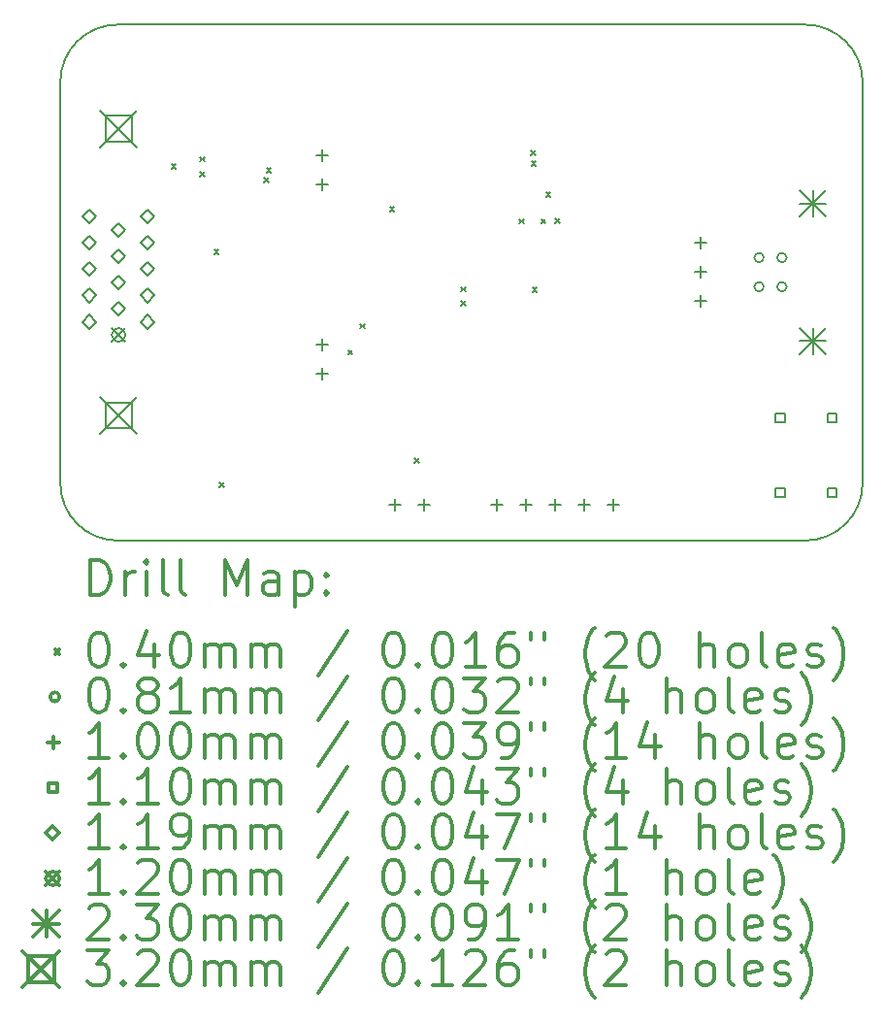
<source format=gbr>
%FSLAX45Y45*%
G04 Gerber Fmt 4.5, Leading zero omitted, Abs format (unit mm)*
G04 Created by KiCad (PCBNEW 4.0.2+dfsg1-stable) date Wed 27 Dec 2017 07:46:30 PM CST*
%MOMM*%
G01*
G04 APERTURE LIST*
%ADD10C,0.127000*%
%ADD11C,0.150000*%
%ADD12C,0.200000*%
%ADD13C,0.300000*%
G04 APERTURE END LIST*
D10*
D11*
X6500000Y-4500000D02*
G75*
G03X7000000Y-4000000I0J500000D01*
G01*
X7000000Y-500000D02*
G75*
G03X6500000Y0I-500000J0D01*
G01*
X0Y-4000000D02*
G75*
G03X500000Y-4500000I500000J0D01*
G01*
X500000Y0D02*
G75*
G03X0Y-500000I0J-500000D01*
G01*
X500000Y-4500000D02*
X6500000Y-4500000D01*
X7000000Y-500000D02*
X7000000Y-4000000D01*
X0Y-500000D02*
X0Y-4000000D01*
X500000Y0D02*
X6500000Y0D01*
D12*
X968270Y-1217490D02*
X1008270Y-1257490D01*
X1008270Y-1217490D02*
X968270Y-1257490D01*
X1217630Y-1282510D02*
X1257630Y-1322510D01*
X1257630Y-1282510D02*
X1217630Y-1322510D01*
X1221620Y-1152460D02*
X1261620Y-1192460D01*
X1261620Y-1152460D02*
X1221620Y-1192460D01*
X1341000Y-1960690D02*
X1381000Y-2000690D01*
X1381000Y-1960690D02*
X1341000Y-2000690D01*
X1388740Y-3992490D02*
X1428740Y-4032490D01*
X1428740Y-3992490D02*
X1388740Y-4032490D01*
X1779730Y-1335620D02*
X1819730Y-1375620D01*
X1819730Y-1335620D02*
X1779730Y-1375620D01*
X1797960Y-1248980D02*
X1837960Y-1288980D01*
X1837960Y-1248980D02*
X1797960Y-1288980D01*
X2510610Y-2838610D02*
X2550610Y-2878610D01*
X2550610Y-2838610D02*
X2510610Y-2878610D01*
X2614150Y-2610860D02*
X2654150Y-2650860D01*
X2654150Y-2610860D02*
X2614150Y-2650860D01*
X2874080Y-1592180D02*
X2914080Y-1632180D01*
X2914080Y-1592180D02*
X2874080Y-1632180D01*
X3089480Y-3783750D02*
X3129480Y-3823750D01*
X3129480Y-3783750D02*
X3089480Y-3823750D01*
X3493810Y-2287000D02*
X3533810Y-2327000D01*
X3533810Y-2287000D02*
X3493810Y-2327000D01*
X3496020Y-2412440D02*
X3536020Y-2452440D01*
X3536020Y-2412440D02*
X3496020Y-2452440D01*
X4006280Y-1694810D02*
X4046280Y-1734810D01*
X4046280Y-1694810D02*
X4006280Y-1734810D01*
X4108120Y-1098490D02*
X4148120Y-1138490D01*
X4148120Y-1098490D02*
X4108120Y-1138490D01*
X4109570Y-1192240D02*
X4149570Y-1232240D01*
X4149570Y-1192240D02*
X4109570Y-1232240D01*
X4119000Y-2292110D02*
X4159000Y-2332110D01*
X4159000Y-2292110D02*
X4119000Y-2332110D01*
X4194780Y-1694320D02*
X4234780Y-1734320D01*
X4234780Y-1694320D02*
X4194780Y-1734320D01*
X4237300Y-1460530D02*
X4277300Y-1500530D01*
X4277300Y-1460530D02*
X4237300Y-1500530D01*
X4314960Y-1692170D02*
X4354960Y-1732170D01*
X4354960Y-1692170D02*
X4314960Y-1732170D01*
X6136500Y-2032000D02*
G75*
G03X6136500Y-2032000I-40500J0D01*
G01*
X6136500Y-2286000D02*
G75*
G03X6136500Y-2286000I-40500J0D01*
G01*
X6336500Y-2032000D02*
G75*
G03X6336500Y-2032000I-40500J0D01*
G01*
X6336500Y-2286000D02*
G75*
G03X6336500Y-2286000I-40500J0D01*
G01*
X2286000Y-1093000D02*
X2286000Y-1193000D01*
X2236000Y-1143000D02*
X2336000Y-1143000D01*
X2286000Y-1347000D02*
X2286000Y-1447000D01*
X2236000Y-1397000D02*
X2336000Y-1397000D01*
X2286000Y-2744000D02*
X2286000Y-2844000D01*
X2236000Y-2794000D02*
X2336000Y-2794000D01*
X2286000Y-2998000D02*
X2286000Y-3098000D01*
X2236000Y-3048000D02*
X2336000Y-3048000D01*
X2921000Y-4141000D02*
X2921000Y-4241000D01*
X2871000Y-4191000D02*
X2971000Y-4191000D01*
X3175000Y-4141000D02*
X3175000Y-4241000D01*
X3125000Y-4191000D02*
X3225000Y-4191000D01*
X3810000Y-4141000D02*
X3810000Y-4241000D01*
X3760000Y-4191000D02*
X3860000Y-4191000D01*
X4064000Y-4141000D02*
X4064000Y-4241000D01*
X4014000Y-4191000D02*
X4114000Y-4191000D01*
X4318000Y-4141000D02*
X4318000Y-4241000D01*
X4268000Y-4191000D02*
X4368000Y-4191000D01*
X4572000Y-4141000D02*
X4572000Y-4241000D01*
X4522000Y-4191000D02*
X4622000Y-4191000D01*
X4826000Y-4141000D02*
X4826000Y-4241000D01*
X4776000Y-4191000D02*
X4876000Y-4191000D01*
X5588000Y-1855000D02*
X5588000Y-1955000D01*
X5538000Y-1905000D02*
X5638000Y-1905000D01*
X5588000Y-2109000D02*
X5588000Y-2209000D01*
X5538000Y-2159000D02*
X5638000Y-2159000D01*
X5588000Y-2363000D02*
X5588000Y-2463000D01*
X5538000Y-2413000D02*
X5638000Y-2413000D01*
X6319891Y-3467891D02*
X6319891Y-3390109D01*
X6242109Y-3390109D01*
X6242109Y-3467891D01*
X6319891Y-3467891D01*
X6319891Y-4117891D02*
X6319891Y-4040109D01*
X6242109Y-4040109D01*
X6242109Y-4117891D01*
X6319891Y-4117891D01*
X6769891Y-3467891D02*
X6769891Y-3390109D01*
X6692109Y-3390109D01*
X6692109Y-3467891D01*
X6769891Y-3467891D01*
X6769891Y-4117891D02*
X6769891Y-4040109D01*
X6692109Y-4040109D01*
X6692109Y-4117891D01*
X6769891Y-4117891D01*
X254000Y-1735563D02*
X313563Y-1676000D01*
X254000Y-1616437D01*
X194437Y-1676000D01*
X254000Y-1735563D01*
X254000Y-1964563D02*
X313563Y-1905000D01*
X254000Y-1845437D01*
X194437Y-1905000D01*
X254000Y-1964563D01*
X254000Y-2193563D02*
X313563Y-2134000D01*
X254000Y-2074437D01*
X194437Y-2134000D01*
X254000Y-2193563D01*
X254000Y-2422563D02*
X313563Y-2363000D01*
X254000Y-2303437D01*
X194437Y-2363000D01*
X254000Y-2422563D01*
X254000Y-2651563D02*
X313563Y-2592000D01*
X254000Y-2532437D01*
X194437Y-2592000D01*
X254000Y-2651563D01*
X508000Y-1850063D02*
X567563Y-1790500D01*
X508000Y-1730937D01*
X448437Y-1790500D01*
X508000Y-1850063D01*
X508000Y-2079063D02*
X567563Y-2019500D01*
X508000Y-1959937D01*
X448437Y-2019500D01*
X508000Y-2079063D01*
X508000Y-2308063D02*
X567563Y-2248500D01*
X508000Y-2188937D01*
X448437Y-2248500D01*
X508000Y-2308063D01*
X508000Y-2537063D02*
X567563Y-2477500D01*
X508000Y-2417937D01*
X448437Y-2477500D01*
X508000Y-2537063D01*
X762000Y-1735563D02*
X821563Y-1676000D01*
X762000Y-1616437D01*
X702437Y-1676000D01*
X762000Y-1735563D01*
X762000Y-1964563D02*
X821563Y-1905000D01*
X762000Y-1845437D01*
X702437Y-1905000D01*
X762000Y-1964563D01*
X762000Y-2193563D02*
X821563Y-2134000D01*
X762000Y-2074437D01*
X702437Y-2134000D01*
X762000Y-2193563D01*
X762000Y-2422563D02*
X821563Y-2363000D01*
X762000Y-2303437D01*
X702437Y-2363000D01*
X762000Y-2422563D01*
X762000Y-2651563D02*
X821563Y-2592000D01*
X762000Y-2532437D01*
X702437Y-2592000D01*
X762000Y-2651563D01*
X448000Y-2646500D02*
X568000Y-2766500D01*
X568000Y-2646500D02*
X448000Y-2766500D01*
X568000Y-2706500D02*
G75*
G03X568000Y-2706500I-60000J0D01*
G01*
X6451000Y-1444000D02*
X6681000Y-1674000D01*
X6681000Y-1444000D02*
X6451000Y-1674000D01*
X6566000Y-1444000D02*
X6566000Y-1674000D01*
X6451000Y-1559000D02*
X6681000Y-1559000D01*
X6451000Y-2644000D02*
X6681000Y-2874000D01*
X6681000Y-2644000D02*
X6451000Y-2874000D01*
X6566000Y-2644000D02*
X6566000Y-2874000D01*
X6451000Y-2759000D02*
X6681000Y-2759000D01*
X347980Y-749046D02*
X668020Y-1069086D01*
X668020Y-749046D02*
X347980Y-1069086D01*
X621152Y-1022218D02*
X621152Y-795914D01*
X394848Y-795914D01*
X394848Y-1022218D01*
X621152Y-1022218D01*
X347980Y-3248914D02*
X668020Y-3568954D01*
X668020Y-3248914D02*
X347980Y-3568954D01*
X621152Y-3522086D02*
X621152Y-3295782D01*
X394848Y-3295782D01*
X394848Y-3522086D01*
X621152Y-3522086D01*
D13*
X263929Y-4973214D02*
X263929Y-4673214D01*
X335357Y-4673214D01*
X378214Y-4687500D01*
X406786Y-4716072D01*
X421071Y-4744643D01*
X435357Y-4801786D01*
X435357Y-4844643D01*
X421071Y-4901786D01*
X406786Y-4930357D01*
X378214Y-4958929D01*
X335357Y-4973214D01*
X263929Y-4973214D01*
X563929Y-4973214D02*
X563929Y-4773214D01*
X563929Y-4830357D02*
X578214Y-4801786D01*
X592500Y-4787500D01*
X621071Y-4773214D01*
X649643Y-4773214D01*
X749643Y-4973214D02*
X749643Y-4773214D01*
X749643Y-4673214D02*
X735357Y-4687500D01*
X749643Y-4701786D01*
X763928Y-4687500D01*
X749643Y-4673214D01*
X749643Y-4701786D01*
X935357Y-4973214D02*
X906786Y-4958929D01*
X892500Y-4930357D01*
X892500Y-4673214D01*
X1092500Y-4973214D02*
X1063929Y-4958929D01*
X1049643Y-4930357D01*
X1049643Y-4673214D01*
X1435357Y-4973214D02*
X1435357Y-4673214D01*
X1535357Y-4887500D01*
X1635357Y-4673214D01*
X1635357Y-4973214D01*
X1906786Y-4973214D02*
X1906786Y-4816072D01*
X1892500Y-4787500D01*
X1863928Y-4773214D01*
X1806786Y-4773214D01*
X1778214Y-4787500D01*
X1906786Y-4958929D02*
X1878214Y-4973214D01*
X1806786Y-4973214D01*
X1778214Y-4958929D01*
X1763928Y-4930357D01*
X1763928Y-4901786D01*
X1778214Y-4873214D01*
X1806786Y-4858929D01*
X1878214Y-4858929D01*
X1906786Y-4844643D01*
X2049643Y-4773214D02*
X2049643Y-5073214D01*
X2049643Y-4787500D02*
X2078214Y-4773214D01*
X2135357Y-4773214D01*
X2163929Y-4787500D01*
X2178214Y-4801786D01*
X2192500Y-4830357D01*
X2192500Y-4916072D01*
X2178214Y-4944643D01*
X2163929Y-4958929D01*
X2135357Y-4973214D01*
X2078214Y-4973214D01*
X2049643Y-4958929D01*
X2321071Y-4944643D02*
X2335357Y-4958929D01*
X2321071Y-4973214D01*
X2306786Y-4958929D01*
X2321071Y-4944643D01*
X2321071Y-4973214D01*
X2321071Y-4787500D02*
X2335357Y-4801786D01*
X2321071Y-4816072D01*
X2306786Y-4801786D01*
X2321071Y-4787500D01*
X2321071Y-4816072D01*
X-47500Y-5447500D02*
X-7500Y-5487500D01*
X-7500Y-5447500D02*
X-47500Y-5487500D01*
X321071Y-5303214D02*
X349643Y-5303214D01*
X378214Y-5317500D01*
X392500Y-5331786D01*
X406786Y-5360357D01*
X421071Y-5417500D01*
X421071Y-5488929D01*
X406786Y-5546072D01*
X392500Y-5574643D01*
X378214Y-5588929D01*
X349643Y-5603214D01*
X321071Y-5603214D01*
X292500Y-5588929D01*
X278214Y-5574643D01*
X263929Y-5546072D01*
X249643Y-5488929D01*
X249643Y-5417500D01*
X263929Y-5360357D01*
X278214Y-5331786D01*
X292500Y-5317500D01*
X321071Y-5303214D01*
X549643Y-5574643D02*
X563929Y-5588929D01*
X549643Y-5603214D01*
X535357Y-5588929D01*
X549643Y-5574643D01*
X549643Y-5603214D01*
X821071Y-5403214D02*
X821071Y-5603214D01*
X749643Y-5288929D02*
X678214Y-5503214D01*
X863928Y-5503214D01*
X1035357Y-5303214D02*
X1063929Y-5303214D01*
X1092500Y-5317500D01*
X1106786Y-5331786D01*
X1121071Y-5360357D01*
X1135357Y-5417500D01*
X1135357Y-5488929D01*
X1121071Y-5546072D01*
X1106786Y-5574643D01*
X1092500Y-5588929D01*
X1063929Y-5603214D01*
X1035357Y-5603214D01*
X1006786Y-5588929D01*
X992500Y-5574643D01*
X978214Y-5546072D01*
X963928Y-5488929D01*
X963928Y-5417500D01*
X978214Y-5360357D01*
X992500Y-5331786D01*
X1006786Y-5317500D01*
X1035357Y-5303214D01*
X1263929Y-5603214D02*
X1263929Y-5403214D01*
X1263929Y-5431786D02*
X1278214Y-5417500D01*
X1306786Y-5403214D01*
X1349643Y-5403214D01*
X1378214Y-5417500D01*
X1392500Y-5446072D01*
X1392500Y-5603214D01*
X1392500Y-5446072D02*
X1406786Y-5417500D01*
X1435357Y-5403214D01*
X1478214Y-5403214D01*
X1506786Y-5417500D01*
X1521071Y-5446072D01*
X1521071Y-5603214D01*
X1663928Y-5603214D02*
X1663928Y-5403214D01*
X1663928Y-5431786D02*
X1678214Y-5417500D01*
X1706786Y-5403214D01*
X1749643Y-5403214D01*
X1778214Y-5417500D01*
X1792500Y-5446072D01*
X1792500Y-5603214D01*
X1792500Y-5446072D02*
X1806786Y-5417500D01*
X1835357Y-5403214D01*
X1878214Y-5403214D01*
X1906786Y-5417500D01*
X1921071Y-5446072D01*
X1921071Y-5603214D01*
X2506786Y-5288929D02*
X2249643Y-5674643D01*
X2892500Y-5303214D02*
X2921071Y-5303214D01*
X2949643Y-5317500D01*
X2963928Y-5331786D01*
X2978214Y-5360357D01*
X2992500Y-5417500D01*
X2992500Y-5488929D01*
X2978214Y-5546072D01*
X2963928Y-5574643D01*
X2949643Y-5588929D01*
X2921071Y-5603214D01*
X2892500Y-5603214D01*
X2863928Y-5588929D01*
X2849643Y-5574643D01*
X2835357Y-5546072D01*
X2821071Y-5488929D01*
X2821071Y-5417500D01*
X2835357Y-5360357D01*
X2849643Y-5331786D01*
X2863928Y-5317500D01*
X2892500Y-5303214D01*
X3121071Y-5574643D02*
X3135357Y-5588929D01*
X3121071Y-5603214D01*
X3106786Y-5588929D01*
X3121071Y-5574643D01*
X3121071Y-5603214D01*
X3321071Y-5303214D02*
X3349643Y-5303214D01*
X3378214Y-5317500D01*
X3392500Y-5331786D01*
X3406785Y-5360357D01*
X3421071Y-5417500D01*
X3421071Y-5488929D01*
X3406785Y-5546072D01*
X3392500Y-5574643D01*
X3378214Y-5588929D01*
X3349643Y-5603214D01*
X3321071Y-5603214D01*
X3292500Y-5588929D01*
X3278214Y-5574643D01*
X3263928Y-5546072D01*
X3249643Y-5488929D01*
X3249643Y-5417500D01*
X3263928Y-5360357D01*
X3278214Y-5331786D01*
X3292500Y-5317500D01*
X3321071Y-5303214D01*
X3706785Y-5603214D02*
X3535357Y-5603214D01*
X3621071Y-5603214D02*
X3621071Y-5303214D01*
X3592500Y-5346072D01*
X3563928Y-5374643D01*
X3535357Y-5388929D01*
X3963928Y-5303214D02*
X3906785Y-5303214D01*
X3878214Y-5317500D01*
X3863928Y-5331786D01*
X3835357Y-5374643D01*
X3821071Y-5431786D01*
X3821071Y-5546072D01*
X3835357Y-5574643D01*
X3849643Y-5588929D01*
X3878214Y-5603214D01*
X3935357Y-5603214D01*
X3963928Y-5588929D01*
X3978214Y-5574643D01*
X3992500Y-5546072D01*
X3992500Y-5474643D01*
X3978214Y-5446072D01*
X3963928Y-5431786D01*
X3935357Y-5417500D01*
X3878214Y-5417500D01*
X3849643Y-5431786D01*
X3835357Y-5446072D01*
X3821071Y-5474643D01*
X4106786Y-5303214D02*
X4106786Y-5360357D01*
X4221071Y-5303214D02*
X4221071Y-5360357D01*
X4663928Y-5717500D02*
X4649643Y-5703214D01*
X4621071Y-5660357D01*
X4606786Y-5631786D01*
X4592500Y-5588929D01*
X4578214Y-5517500D01*
X4578214Y-5460357D01*
X4592500Y-5388929D01*
X4606786Y-5346072D01*
X4621071Y-5317500D01*
X4649643Y-5274643D01*
X4663928Y-5260357D01*
X4763928Y-5331786D02*
X4778214Y-5317500D01*
X4806786Y-5303214D01*
X4878214Y-5303214D01*
X4906786Y-5317500D01*
X4921071Y-5331786D01*
X4935357Y-5360357D01*
X4935357Y-5388929D01*
X4921071Y-5431786D01*
X4749643Y-5603214D01*
X4935357Y-5603214D01*
X5121071Y-5303214D02*
X5149643Y-5303214D01*
X5178214Y-5317500D01*
X5192500Y-5331786D01*
X5206786Y-5360357D01*
X5221071Y-5417500D01*
X5221071Y-5488929D01*
X5206786Y-5546072D01*
X5192500Y-5574643D01*
X5178214Y-5588929D01*
X5149643Y-5603214D01*
X5121071Y-5603214D01*
X5092500Y-5588929D01*
X5078214Y-5574643D01*
X5063928Y-5546072D01*
X5049643Y-5488929D01*
X5049643Y-5417500D01*
X5063928Y-5360357D01*
X5078214Y-5331786D01*
X5092500Y-5317500D01*
X5121071Y-5303214D01*
X5578214Y-5603214D02*
X5578214Y-5303214D01*
X5706785Y-5603214D02*
X5706785Y-5446072D01*
X5692500Y-5417500D01*
X5663928Y-5403214D01*
X5621071Y-5403214D01*
X5592500Y-5417500D01*
X5578214Y-5431786D01*
X5892500Y-5603214D02*
X5863928Y-5588929D01*
X5849643Y-5574643D01*
X5835357Y-5546072D01*
X5835357Y-5460357D01*
X5849643Y-5431786D01*
X5863928Y-5417500D01*
X5892500Y-5403214D01*
X5935357Y-5403214D01*
X5963928Y-5417500D01*
X5978214Y-5431786D01*
X5992500Y-5460357D01*
X5992500Y-5546072D01*
X5978214Y-5574643D01*
X5963928Y-5588929D01*
X5935357Y-5603214D01*
X5892500Y-5603214D01*
X6163928Y-5603214D02*
X6135357Y-5588929D01*
X6121071Y-5560357D01*
X6121071Y-5303214D01*
X6392500Y-5588929D02*
X6363928Y-5603214D01*
X6306786Y-5603214D01*
X6278214Y-5588929D01*
X6263928Y-5560357D01*
X6263928Y-5446072D01*
X6278214Y-5417500D01*
X6306786Y-5403214D01*
X6363928Y-5403214D01*
X6392500Y-5417500D01*
X6406786Y-5446072D01*
X6406786Y-5474643D01*
X6263928Y-5503214D01*
X6521071Y-5588929D02*
X6549643Y-5603214D01*
X6606786Y-5603214D01*
X6635357Y-5588929D01*
X6649643Y-5560357D01*
X6649643Y-5546072D01*
X6635357Y-5517500D01*
X6606786Y-5503214D01*
X6563928Y-5503214D01*
X6535357Y-5488929D01*
X6521071Y-5460357D01*
X6521071Y-5446072D01*
X6535357Y-5417500D01*
X6563928Y-5403214D01*
X6606786Y-5403214D01*
X6635357Y-5417500D01*
X6749643Y-5717500D02*
X6763928Y-5703214D01*
X6792500Y-5660357D01*
X6806786Y-5631786D01*
X6821071Y-5588929D01*
X6835357Y-5517500D01*
X6835357Y-5460357D01*
X6821071Y-5388929D01*
X6806786Y-5346072D01*
X6792500Y-5317500D01*
X6763928Y-5274643D01*
X6749643Y-5260357D01*
X-7500Y-5863500D02*
G75*
G03X-7500Y-5863500I-40500J0D01*
G01*
X321071Y-5699214D02*
X349643Y-5699214D01*
X378214Y-5713500D01*
X392500Y-5727786D01*
X406786Y-5756357D01*
X421071Y-5813500D01*
X421071Y-5884929D01*
X406786Y-5942071D01*
X392500Y-5970643D01*
X378214Y-5984929D01*
X349643Y-5999214D01*
X321071Y-5999214D01*
X292500Y-5984929D01*
X278214Y-5970643D01*
X263929Y-5942071D01*
X249643Y-5884929D01*
X249643Y-5813500D01*
X263929Y-5756357D01*
X278214Y-5727786D01*
X292500Y-5713500D01*
X321071Y-5699214D01*
X549643Y-5970643D02*
X563929Y-5984929D01*
X549643Y-5999214D01*
X535357Y-5984929D01*
X549643Y-5970643D01*
X549643Y-5999214D01*
X735357Y-5827786D02*
X706786Y-5813500D01*
X692500Y-5799214D01*
X678214Y-5770643D01*
X678214Y-5756357D01*
X692500Y-5727786D01*
X706786Y-5713500D01*
X735357Y-5699214D01*
X792500Y-5699214D01*
X821071Y-5713500D01*
X835357Y-5727786D01*
X849643Y-5756357D01*
X849643Y-5770643D01*
X835357Y-5799214D01*
X821071Y-5813500D01*
X792500Y-5827786D01*
X735357Y-5827786D01*
X706786Y-5842071D01*
X692500Y-5856357D01*
X678214Y-5884929D01*
X678214Y-5942071D01*
X692500Y-5970643D01*
X706786Y-5984929D01*
X735357Y-5999214D01*
X792500Y-5999214D01*
X821071Y-5984929D01*
X835357Y-5970643D01*
X849643Y-5942071D01*
X849643Y-5884929D01*
X835357Y-5856357D01*
X821071Y-5842071D01*
X792500Y-5827786D01*
X1135357Y-5999214D02*
X963928Y-5999214D01*
X1049643Y-5999214D02*
X1049643Y-5699214D01*
X1021071Y-5742071D01*
X992500Y-5770643D01*
X963928Y-5784929D01*
X1263929Y-5999214D02*
X1263929Y-5799214D01*
X1263929Y-5827786D02*
X1278214Y-5813500D01*
X1306786Y-5799214D01*
X1349643Y-5799214D01*
X1378214Y-5813500D01*
X1392500Y-5842071D01*
X1392500Y-5999214D01*
X1392500Y-5842071D02*
X1406786Y-5813500D01*
X1435357Y-5799214D01*
X1478214Y-5799214D01*
X1506786Y-5813500D01*
X1521071Y-5842071D01*
X1521071Y-5999214D01*
X1663928Y-5999214D02*
X1663928Y-5799214D01*
X1663928Y-5827786D02*
X1678214Y-5813500D01*
X1706786Y-5799214D01*
X1749643Y-5799214D01*
X1778214Y-5813500D01*
X1792500Y-5842071D01*
X1792500Y-5999214D01*
X1792500Y-5842071D02*
X1806786Y-5813500D01*
X1835357Y-5799214D01*
X1878214Y-5799214D01*
X1906786Y-5813500D01*
X1921071Y-5842071D01*
X1921071Y-5999214D01*
X2506786Y-5684929D02*
X2249643Y-6070643D01*
X2892500Y-5699214D02*
X2921071Y-5699214D01*
X2949643Y-5713500D01*
X2963928Y-5727786D01*
X2978214Y-5756357D01*
X2992500Y-5813500D01*
X2992500Y-5884929D01*
X2978214Y-5942071D01*
X2963928Y-5970643D01*
X2949643Y-5984929D01*
X2921071Y-5999214D01*
X2892500Y-5999214D01*
X2863928Y-5984929D01*
X2849643Y-5970643D01*
X2835357Y-5942071D01*
X2821071Y-5884929D01*
X2821071Y-5813500D01*
X2835357Y-5756357D01*
X2849643Y-5727786D01*
X2863928Y-5713500D01*
X2892500Y-5699214D01*
X3121071Y-5970643D02*
X3135357Y-5984929D01*
X3121071Y-5999214D01*
X3106786Y-5984929D01*
X3121071Y-5970643D01*
X3121071Y-5999214D01*
X3321071Y-5699214D02*
X3349643Y-5699214D01*
X3378214Y-5713500D01*
X3392500Y-5727786D01*
X3406785Y-5756357D01*
X3421071Y-5813500D01*
X3421071Y-5884929D01*
X3406785Y-5942071D01*
X3392500Y-5970643D01*
X3378214Y-5984929D01*
X3349643Y-5999214D01*
X3321071Y-5999214D01*
X3292500Y-5984929D01*
X3278214Y-5970643D01*
X3263928Y-5942071D01*
X3249643Y-5884929D01*
X3249643Y-5813500D01*
X3263928Y-5756357D01*
X3278214Y-5727786D01*
X3292500Y-5713500D01*
X3321071Y-5699214D01*
X3521071Y-5699214D02*
X3706785Y-5699214D01*
X3606785Y-5813500D01*
X3649643Y-5813500D01*
X3678214Y-5827786D01*
X3692500Y-5842071D01*
X3706785Y-5870643D01*
X3706785Y-5942071D01*
X3692500Y-5970643D01*
X3678214Y-5984929D01*
X3649643Y-5999214D01*
X3563928Y-5999214D01*
X3535357Y-5984929D01*
X3521071Y-5970643D01*
X3821071Y-5727786D02*
X3835357Y-5713500D01*
X3863928Y-5699214D01*
X3935357Y-5699214D01*
X3963928Y-5713500D01*
X3978214Y-5727786D01*
X3992500Y-5756357D01*
X3992500Y-5784929D01*
X3978214Y-5827786D01*
X3806785Y-5999214D01*
X3992500Y-5999214D01*
X4106786Y-5699214D02*
X4106786Y-5756357D01*
X4221071Y-5699214D02*
X4221071Y-5756357D01*
X4663928Y-6113500D02*
X4649643Y-6099214D01*
X4621071Y-6056357D01*
X4606786Y-6027786D01*
X4592500Y-5984929D01*
X4578214Y-5913500D01*
X4578214Y-5856357D01*
X4592500Y-5784929D01*
X4606786Y-5742071D01*
X4621071Y-5713500D01*
X4649643Y-5670643D01*
X4663928Y-5656357D01*
X4906786Y-5799214D02*
X4906786Y-5999214D01*
X4835357Y-5684929D02*
X4763928Y-5899214D01*
X4949643Y-5899214D01*
X5292500Y-5999214D02*
X5292500Y-5699214D01*
X5421071Y-5999214D02*
X5421071Y-5842071D01*
X5406786Y-5813500D01*
X5378214Y-5799214D01*
X5335357Y-5799214D01*
X5306786Y-5813500D01*
X5292500Y-5827786D01*
X5606785Y-5999214D02*
X5578214Y-5984929D01*
X5563928Y-5970643D01*
X5549643Y-5942071D01*
X5549643Y-5856357D01*
X5563928Y-5827786D01*
X5578214Y-5813500D01*
X5606785Y-5799214D01*
X5649643Y-5799214D01*
X5678214Y-5813500D01*
X5692500Y-5827786D01*
X5706785Y-5856357D01*
X5706785Y-5942071D01*
X5692500Y-5970643D01*
X5678214Y-5984929D01*
X5649643Y-5999214D01*
X5606785Y-5999214D01*
X5878214Y-5999214D02*
X5849643Y-5984929D01*
X5835357Y-5956357D01*
X5835357Y-5699214D01*
X6106786Y-5984929D02*
X6078214Y-5999214D01*
X6021071Y-5999214D01*
X5992500Y-5984929D01*
X5978214Y-5956357D01*
X5978214Y-5842071D01*
X5992500Y-5813500D01*
X6021071Y-5799214D01*
X6078214Y-5799214D01*
X6106786Y-5813500D01*
X6121071Y-5842071D01*
X6121071Y-5870643D01*
X5978214Y-5899214D01*
X6235357Y-5984929D02*
X6263928Y-5999214D01*
X6321071Y-5999214D01*
X6349643Y-5984929D01*
X6363928Y-5956357D01*
X6363928Y-5942071D01*
X6349643Y-5913500D01*
X6321071Y-5899214D01*
X6278214Y-5899214D01*
X6249643Y-5884929D01*
X6235357Y-5856357D01*
X6235357Y-5842071D01*
X6249643Y-5813500D01*
X6278214Y-5799214D01*
X6321071Y-5799214D01*
X6349643Y-5813500D01*
X6463928Y-6113500D02*
X6478214Y-6099214D01*
X6506786Y-6056357D01*
X6521071Y-6027786D01*
X6535357Y-5984929D01*
X6549643Y-5913500D01*
X6549643Y-5856357D01*
X6535357Y-5784929D01*
X6521071Y-5742071D01*
X6506786Y-5713500D01*
X6478214Y-5670643D01*
X6463928Y-5656357D01*
X-57500Y-6209500D02*
X-57500Y-6309500D01*
X-107500Y-6259500D02*
X-7500Y-6259500D01*
X421071Y-6395214D02*
X249643Y-6395214D01*
X335357Y-6395214D02*
X335357Y-6095214D01*
X306786Y-6138071D01*
X278214Y-6166643D01*
X249643Y-6180929D01*
X549643Y-6366643D02*
X563929Y-6380929D01*
X549643Y-6395214D01*
X535357Y-6380929D01*
X549643Y-6366643D01*
X549643Y-6395214D01*
X749643Y-6095214D02*
X778214Y-6095214D01*
X806786Y-6109500D01*
X821071Y-6123786D01*
X835357Y-6152357D01*
X849643Y-6209500D01*
X849643Y-6280929D01*
X835357Y-6338071D01*
X821071Y-6366643D01*
X806786Y-6380929D01*
X778214Y-6395214D01*
X749643Y-6395214D01*
X721071Y-6380929D01*
X706786Y-6366643D01*
X692500Y-6338071D01*
X678214Y-6280929D01*
X678214Y-6209500D01*
X692500Y-6152357D01*
X706786Y-6123786D01*
X721071Y-6109500D01*
X749643Y-6095214D01*
X1035357Y-6095214D02*
X1063929Y-6095214D01*
X1092500Y-6109500D01*
X1106786Y-6123786D01*
X1121071Y-6152357D01*
X1135357Y-6209500D01*
X1135357Y-6280929D01*
X1121071Y-6338071D01*
X1106786Y-6366643D01*
X1092500Y-6380929D01*
X1063929Y-6395214D01*
X1035357Y-6395214D01*
X1006786Y-6380929D01*
X992500Y-6366643D01*
X978214Y-6338071D01*
X963928Y-6280929D01*
X963928Y-6209500D01*
X978214Y-6152357D01*
X992500Y-6123786D01*
X1006786Y-6109500D01*
X1035357Y-6095214D01*
X1263929Y-6395214D02*
X1263929Y-6195214D01*
X1263929Y-6223786D02*
X1278214Y-6209500D01*
X1306786Y-6195214D01*
X1349643Y-6195214D01*
X1378214Y-6209500D01*
X1392500Y-6238071D01*
X1392500Y-6395214D01*
X1392500Y-6238071D02*
X1406786Y-6209500D01*
X1435357Y-6195214D01*
X1478214Y-6195214D01*
X1506786Y-6209500D01*
X1521071Y-6238071D01*
X1521071Y-6395214D01*
X1663928Y-6395214D02*
X1663928Y-6195214D01*
X1663928Y-6223786D02*
X1678214Y-6209500D01*
X1706786Y-6195214D01*
X1749643Y-6195214D01*
X1778214Y-6209500D01*
X1792500Y-6238071D01*
X1792500Y-6395214D01*
X1792500Y-6238071D02*
X1806786Y-6209500D01*
X1835357Y-6195214D01*
X1878214Y-6195214D01*
X1906786Y-6209500D01*
X1921071Y-6238071D01*
X1921071Y-6395214D01*
X2506786Y-6080929D02*
X2249643Y-6466643D01*
X2892500Y-6095214D02*
X2921071Y-6095214D01*
X2949643Y-6109500D01*
X2963928Y-6123786D01*
X2978214Y-6152357D01*
X2992500Y-6209500D01*
X2992500Y-6280929D01*
X2978214Y-6338071D01*
X2963928Y-6366643D01*
X2949643Y-6380929D01*
X2921071Y-6395214D01*
X2892500Y-6395214D01*
X2863928Y-6380929D01*
X2849643Y-6366643D01*
X2835357Y-6338071D01*
X2821071Y-6280929D01*
X2821071Y-6209500D01*
X2835357Y-6152357D01*
X2849643Y-6123786D01*
X2863928Y-6109500D01*
X2892500Y-6095214D01*
X3121071Y-6366643D02*
X3135357Y-6380929D01*
X3121071Y-6395214D01*
X3106786Y-6380929D01*
X3121071Y-6366643D01*
X3121071Y-6395214D01*
X3321071Y-6095214D02*
X3349643Y-6095214D01*
X3378214Y-6109500D01*
X3392500Y-6123786D01*
X3406785Y-6152357D01*
X3421071Y-6209500D01*
X3421071Y-6280929D01*
X3406785Y-6338071D01*
X3392500Y-6366643D01*
X3378214Y-6380929D01*
X3349643Y-6395214D01*
X3321071Y-6395214D01*
X3292500Y-6380929D01*
X3278214Y-6366643D01*
X3263928Y-6338071D01*
X3249643Y-6280929D01*
X3249643Y-6209500D01*
X3263928Y-6152357D01*
X3278214Y-6123786D01*
X3292500Y-6109500D01*
X3321071Y-6095214D01*
X3521071Y-6095214D02*
X3706785Y-6095214D01*
X3606785Y-6209500D01*
X3649643Y-6209500D01*
X3678214Y-6223786D01*
X3692500Y-6238071D01*
X3706785Y-6266643D01*
X3706785Y-6338071D01*
X3692500Y-6366643D01*
X3678214Y-6380929D01*
X3649643Y-6395214D01*
X3563928Y-6395214D01*
X3535357Y-6380929D01*
X3521071Y-6366643D01*
X3849643Y-6395214D02*
X3906785Y-6395214D01*
X3935357Y-6380929D01*
X3949643Y-6366643D01*
X3978214Y-6323786D01*
X3992500Y-6266643D01*
X3992500Y-6152357D01*
X3978214Y-6123786D01*
X3963928Y-6109500D01*
X3935357Y-6095214D01*
X3878214Y-6095214D01*
X3849643Y-6109500D01*
X3835357Y-6123786D01*
X3821071Y-6152357D01*
X3821071Y-6223786D01*
X3835357Y-6252357D01*
X3849643Y-6266643D01*
X3878214Y-6280929D01*
X3935357Y-6280929D01*
X3963928Y-6266643D01*
X3978214Y-6252357D01*
X3992500Y-6223786D01*
X4106786Y-6095214D02*
X4106786Y-6152357D01*
X4221071Y-6095214D02*
X4221071Y-6152357D01*
X4663928Y-6509500D02*
X4649643Y-6495214D01*
X4621071Y-6452357D01*
X4606786Y-6423786D01*
X4592500Y-6380929D01*
X4578214Y-6309500D01*
X4578214Y-6252357D01*
X4592500Y-6180929D01*
X4606786Y-6138071D01*
X4621071Y-6109500D01*
X4649643Y-6066643D01*
X4663928Y-6052357D01*
X4935357Y-6395214D02*
X4763928Y-6395214D01*
X4849643Y-6395214D02*
X4849643Y-6095214D01*
X4821071Y-6138071D01*
X4792500Y-6166643D01*
X4763928Y-6180929D01*
X5192500Y-6195214D02*
X5192500Y-6395214D01*
X5121071Y-6080929D02*
X5049643Y-6295214D01*
X5235357Y-6295214D01*
X5578214Y-6395214D02*
X5578214Y-6095214D01*
X5706785Y-6395214D02*
X5706785Y-6238071D01*
X5692500Y-6209500D01*
X5663928Y-6195214D01*
X5621071Y-6195214D01*
X5592500Y-6209500D01*
X5578214Y-6223786D01*
X5892500Y-6395214D02*
X5863928Y-6380929D01*
X5849643Y-6366643D01*
X5835357Y-6338071D01*
X5835357Y-6252357D01*
X5849643Y-6223786D01*
X5863928Y-6209500D01*
X5892500Y-6195214D01*
X5935357Y-6195214D01*
X5963928Y-6209500D01*
X5978214Y-6223786D01*
X5992500Y-6252357D01*
X5992500Y-6338071D01*
X5978214Y-6366643D01*
X5963928Y-6380929D01*
X5935357Y-6395214D01*
X5892500Y-6395214D01*
X6163928Y-6395214D02*
X6135357Y-6380929D01*
X6121071Y-6352357D01*
X6121071Y-6095214D01*
X6392500Y-6380929D02*
X6363928Y-6395214D01*
X6306786Y-6395214D01*
X6278214Y-6380929D01*
X6263928Y-6352357D01*
X6263928Y-6238071D01*
X6278214Y-6209500D01*
X6306786Y-6195214D01*
X6363928Y-6195214D01*
X6392500Y-6209500D01*
X6406786Y-6238071D01*
X6406786Y-6266643D01*
X6263928Y-6295214D01*
X6521071Y-6380929D02*
X6549643Y-6395214D01*
X6606786Y-6395214D01*
X6635357Y-6380929D01*
X6649643Y-6352357D01*
X6649643Y-6338071D01*
X6635357Y-6309500D01*
X6606786Y-6295214D01*
X6563928Y-6295214D01*
X6535357Y-6280929D01*
X6521071Y-6252357D01*
X6521071Y-6238071D01*
X6535357Y-6209500D01*
X6563928Y-6195214D01*
X6606786Y-6195214D01*
X6635357Y-6209500D01*
X6749643Y-6509500D02*
X6763928Y-6495214D01*
X6792500Y-6452357D01*
X6806786Y-6423786D01*
X6821071Y-6380929D01*
X6835357Y-6309500D01*
X6835357Y-6252357D01*
X6821071Y-6180929D01*
X6806786Y-6138071D01*
X6792500Y-6109500D01*
X6763928Y-6066643D01*
X6749643Y-6052357D01*
X-23609Y-6694391D02*
X-23609Y-6616609D01*
X-101391Y-6616609D01*
X-101391Y-6694391D01*
X-23609Y-6694391D01*
X421071Y-6791214D02*
X249643Y-6791214D01*
X335357Y-6791214D02*
X335357Y-6491214D01*
X306786Y-6534071D01*
X278214Y-6562643D01*
X249643Y-6576929D01*
X549643Y-6762643D02*
X563929Y-6776929D01*
X549643Y-6791214D01*
X535357Y-6776929D01*
X549643Y-6762643D01*
X549643Y-6791214D01*
X849643Y-6791214D02*
X678214Y-6791214D01*
X763928Y-6791214D02*
X763928Y-6491214D01*
X735357Y-6534071D01*
X706786Y-6562643D01*
X678214Y-6576929D01*
X1035357Y-6491214D02*
X1063929Y-6491214D01*
X1092500Y-6505500D01*
X1106786Y-6519786D01*
X1121071Y-6548357D01*
X1135357Y-6605500D01*
X1135357Y-6676929D01*
X1121071Y-6734071D01*
X1106786Y-6762643D01*
X1092500Y-6776929D01*
X1063929Y-6791214D01*
X1035357Y-6791214D01*
X1006786Y-6776929D01*
X992500Y-6762643D01*
X978214Y-6734071D01*
X963928Y-6676929D01*
X963928Y-6605500D01*
X978214Y-6548357D01*
X992500Y-6519786D01*
X1006786Y-6505500D01*
X1035357Y-6491214D01*
X1263929Y-6791214D02*
X1263929Y-6591214D01*
X1263929Y-6619786D02*
X1278214Y-6605500D01*
X1306786Y-6591214D01*
X1349643Y-6591214D01*
X1378214Y-6605500D01*
X1392500Y-6634071D01*
X1392500Y-6791214D01*
X1392500Y-6634071D02*
X1406786Y-6605500D01*
X1435357Y-6591214D01*
X1478214Y-6591214D01*
X1506786Y-6605500D01*
X1521071Y-6634071D01*
X1521071Y-6791214D01*
X1663928Y-6791214D02*
X1663928Y-6591214D01*
X1663928Y-6619786D02*
X1678214Y-6605500D01*
X1706786Y-6591214D01*
X1749643Y-6591214D01*
X1778214Y-6605500D01*
X1792500Y-6634071D01*
X1792500Y-6791214D01*
X1792500Y-6634071D02*
X1806786Y-6605500D01*
X1835357Y-6591214D01*
X1878214Y-6591214D01*
X1906786Y-6605500D01*
X1921071Y-6634071D01*
X1921071Y-6791214D01*
X2506786Y-6476929D02*
X2249643Y-6862643D01*
X2892500Y-6491214D02*
X2921071Y-6491214D01*
X2949643Y-6505500D01*
X2963928Y-6519786D01*
X2978214Y-6548357D01*
X2992500Y-6605500D01*
X2992500Y-6676929D01*
X2978214Y-6734071D01*
X2963928Y-6762643D01*
X2949643Y-6776929D01*
X2921071Y-6791214D01*
X2892500Y-6791214D01*
X2863928Y-6776929D01*
X2849643Y-6762643D01*
X2835357Y-6734071D01*
X2821071Y-6676929D01*
X2821071Y-6605500D01*
X2835357Y-6548357D01*
X2849643Y-6519786D01*
X2863928Y-6505500D01*
X2892500Y-6491214D01*
X3121071Y-6762643D02*
X3135357Y-6776929D01*
X3121071Y-6791214D01*
X3106786Y-6776929D01*
X3121071Y-6762643D01*
X3121071Y-6791214D01*
X3321071Y-6491214D02*
X3349643Y-6491214D01*
X3378214Y-6505500D01*
X3392500Y-6519786D01*
X3406785Y-6548357D01*
X3421071Y-6605500D01*
X3421071Y-6676929D01*
X3406785Y-6734071D01*
X3392500Y-6762643D01*
X3378214Y-6776929D01*
X3349643Y-6791214D01*
X3321071Y-6791214D01*
X3292500Y-6776929D01*
X3278214Y-6762643D01*
X3263928Y-6734071D01*
X3249643Y-6676929D01*
X3249643Y-6605500D01*
X3263928Y-6548357D01*
X3278214Y-6519786D01*
X3292500Y-6505500D01*
X3321071Y-6491214D01*
X3678214Y-6591214D02*
X3678214Y-6791214D01*
X3606785Y-6476929D02*
X3535357Y-6691214D01*
X3721071Y-6691214D01*
X3806785Y-6491214D02*
X3992500Y-6491214D01*
X3892500Y-6605500D01*
X3935357Y-6605500D01*
X3963928Y-6619786D01*
X3978214Y-6634071D01*
X3992500Y-6662643D01*
X3992500Y-6734071D01*
X3978214Y-6762643D01*
X3963928Y-6776929D01*
X3935357Y-6791214D01*
X3849643Y-6791214D01*
X3821071Y-6776929D01*
X3806785Y-6762643D01*
X4106786Y-6491214D02*
X4106786Y-6548357D01*
X4221071Y-6491214D02*
X4221071Y-6548357D01*
X4663928Y-6905500D02*
X4649643Y-6891214D01*
X4621071Y-6848357D01*
X4606786Y-6819786D01*
X4592500Y-6776929D01*
X4578214Y-6705500D01*
X4578214Y-6648357D01*
X4592500Y-6576929D01*
X4606786Y-6534071D01*
X4621071Y-6505500D01*
X4649643Y-6462643D01*
X4663928Y-6448357D01*
X4906786Y-6591214D02*
X4906786Y-6791214D01*
X4835357Y-6476929D02*
X4763928Y-6691214D01*
X4949643Y-6691214D01*
X5292500Y-6791214D02*
X5292500Y-6491214D01*
X5421071Y-6791214D02*
X5421071Y-6634071D01*
X5406786Y-6605500D01*
X5378214Y-6591214D01*
X5335357Y-6591214D01*
X5306786Y-6605500D01*
X5292500Y-6619786D01*
X5606785Y-6791214D02*
X5578214Y-6776929D01*
X5563928Y-6762643D01*
X5549643Y-6734071D01*
X5549643Y-6648357D01*
X5563928Y-6619786D01*
X5578214Y-6605500D01*
X5606785Y-6591214D01*
X5649643Y-6591214D01*
X5678214Y-6605500D01*
X5692500Y-6619786D01*
X5706785Y-6648357D01*
X5706785Y-6734071D01*
X5692500Y-6762643D01*
X5678214Y-6776929D01*
X5649643Y-6791214D01*
X5606785Y-6791214D01*
X5878214Y-6791214D02*
X5849643Y-6776929D01*
X5835357Y-6748357D01*
X5835357Y-6491214D01*
X6106786Y-6776929D02*
X6078214Y-6791214D01*
X6021071Y-6791214D01*
X5992500Y-6776929D01*
X5978214Y-6748357D01*
X5978214Y-6634071D01*
X5992500Y-6605500D01*
X6021071Y-6591214D01*
X6078214Y-6591214D01*
X6106786Y-6605500D01*
X6121071Y-6634071D01*
X6121071Y-6662643D01*
X5978214Y-6691214D01*
X6235357Y-6776929D02*
X6263928Y-6791214D01*
X6321071Y-6791214D01*
X6349643Y-6776929D01*
X6363928Y-6748357D01*
X6363928Y-6734071D01*
X6349643Y-6705500D01*
X6321071Y-6691214D01*
X6278214Y-6691214D01*
X6249643Y-6676929D01*
X6235357Y-6648357D01*
X6235357Y-6634071D01*
X6249643Y-6605500D01*
X6278214Y-6591214D01*
X6321071Y-6591214D01*
X6349643Y-6605500D01*
X6463928Y-6905500D02*
X6478214Y-6891214D01*
X6506786Y-6848357D01*
X6521071Y-6819786D01*
X6535357Y-6776929D01*
X6549643Y-6705500D01*
X6549643Y-6648357D01*
X6535357Y-6576929D01*
X6521071Y-6534071D01*
X6506786Y-6505500D01*
X6478214Y-6462643D01*
X6463928Y-6448357D01*
X-67063Y-7111063D02*
X-7500Y-7051500D01*
X-67063Y-6991937D01*
X-126626Y-7051500D01*
X-67063Y-7111063D01*
X421071Y-7187214D02*
X249643Y-7187214D01*
X335357Y-7187214D02*
X335357Y-6887214D01*
X306786Y-6930071D01*
X278214Y-6958643D01*
X249643Y-6972929D01*
X549643Y-7158643D02*
X563929Y-7172929D01*
X549643Y-7187214D01*
X535357Y-7172929D01*
X549643Y-7158643D01*
X549643Y-7187214D01*
X849643Y-7187214D02*
X678214Y-7187214D01*
X763928Y-7187214D02*
X763928Y-6887214D01*
X735357Y-6930071D01*
X706786Y-6958643D01*
X678214Y-6972929D01*
X992500Y-7187214D02*
X1049643Y-7187214D01*
X1078214Y-7172929D01*
X1092500Y-7158643D01*
X1121071Y-7115786D01*
X1135357Y-7058643D01*
X1135357Y-6944357D01*
X1121071Y-6915786D01*
X1106786Y-6901500D01*
X1078214Y-6887214D01*
X1021071Y-6887214D01*
X992500Y-6901500D01*
X978214Y-6915786D01*
X963928Y-6944357D01*
X963928Y-7015786D01*
X978214Y-7044357D01*
X992500Y-7058643D01*
X1021071Y-7072929D01*
X1078214Y-7072929D01*
X1106786Y-7058643D01*
X1121071Y-7044357D01*
X1135357Y-7015786D01*
X1263929Y-7187214D02*
X1263929Y-6987214D01*
X1263929Y-7015786D02*
X1278214Y-7001500D01*
X1306786Y-6987214D01*
X1349643Y-6987214D01*
X1378214Y-7001500D01*
X1392500Y-7030071D01*
X1392500Y-7187214D01*
X1392500Y-7030071D02*
X1406786Y-7001500D01*
X1435357Y-6987214D01*
X1478214Y-6987214D01*
X1506786Y-7001500D01*
X1521071Y-7030071D01*
X1521071Y-7187214D01*
X1663928Y-7187214D02*
X1663928Y-6987214D01*
X1663928Y-7015786D02*
X1678214Y-7001500D01*
X1706786Y-6987214D01*
X1749643Y-6987214D01*
X1778214Y-7001500D01*
X1792500Y-7030071D01*
X1792500Y-7187214D01*
X1792500Y-7030071D02*
X1806786Y-7001500D01*
X1835357Y-6987214D01*
X1878214Y-6987214D01*
X1906786Y-7001500D01*
X1921071Y-7030071D01*
X1921071Y-7187214D01*
X2506786Y-6872929D02*
X2249643Y-7258643D01*
X2892500Y-6887214D02*
X2921071Y-6887214D01*
X2949643Y-6901500D01*
X2963928Y-6915786D01*
X2978214Y-6944357D01*
X2992500Y-7001500D01*
X2992500Y-7072929D01*
X2978214Y-7130071D01*
X2963928Y-7158643D01*
X2949643Y-7172929D01*
X2921071Y-7187214D01*
X2892500Y-7187214D01*
X2863928Y-7172929D01*
X2849643Y-7158643D01*
X2835357Y-7130071D01*
X2821071Y-7072929D01*
X2821071Y-7001500D01*
X2835357Y-6944357D01*
X2849643Y-6915786D01*
X2863928Y-6901500D01*
X2892500Y-6887214D01*
X3121071Y-7158643D02*
X3135357Y-7172929D01*
X3121071Y-7187214D01*
X3106786Y-7172929D01*
X3121071Y-7158643D01*
X3121071Y-7187214D01*
X3321071Y-6887214D02*
X3349643Y-6887214D01*
X3378214Y-6901500D01*
X3392500Y-6915786D01*
X3406785Y-6944357D01*
X3421071Y-7001500D01*
X3421071Y-7072929D01*
X3406785Y-7130071D01*
X3392500Y-7158643D01*
X3378214Y-7172929D01*
X3349643Y-7187214D01*
X3321071Y-7187214D01*
X3292500Y-7172929D01*
X3278214Y-7158643D01*
X3263928Y-7130071D01*
X3249643Y-7072929D01*
X3249643Y-7001500D01*
X3263928Y-6944357D01*
X3278214Y-6915786D01*
X3292500Y-6901500D01*
X3321071Y-6887214D01*
X3678214Y-6987214D02*
X3678214Y-7187214D01*
X3606785Y-6872929D02*
X3535357Y-7087214D01*
X3721071Y-7087214D01*
X3806785Y-6887214D02*
X4006785Y-6887214D01*
X3878214Y-7187214D01*
X4106786Y-6887214D02*
X4106786Y-6944357D01*
X4221071Y-6887214D02*
X4221071Y-6944357D01*
X4663928Y-7301500D02*
X4649643Y-7287214D01*
X4621071Y-7244357D01*
X4606786Y-7215786D01*
X4592500Y-7172929D01*
X4578214Y-7101500D01*
X4578214Y-7044357D01*
X4592500Y-6972929D01*
X4606786Y-6930071D01*
X4621071Y-6901500D01*
X4649643Y-6858643D01*
X4663928Y-6844357D01*
X4935357Y-7187214D02*
X4763928Y-7187214D01*
X4849643Y-7187214D02*
X4849643Y-6887214D01*
X4821071Y-6930071D01*
X4792500Y-6958643D01*
X4763928Y-6972929D01*
X5192500Y-6987214D02*
X5192500Y-7187214D01*
X5121071Y-6872929D02*
X5049643Y-7087214D01*
X5235357Y-7087214D01*
X5578214Y-7187214D02*
X5578214Y-6887214D01*
X5706785Y-7187214D02*
X5706785Y-7030071D01*
X5692500Y-7001500D01*
X5663928Y-6987214D01*
X5621071Y-6987214D01*
X5592500Y-7001500D01*
X5578214Y-7015786D01*
X5892500Y-7187214D02*
X5863928Y-7172929D01*
X5849643Y-7158643D01*
X5835357Y-7130071D01*
X5835357Y-7044357D01*
X5849643Y-7015786D01*
X5863928Y-7001500D01*
X5892500Y-6987214D01*
X5935357Y-6987214D01*
X5963928Y-7001500D01*
X5978214Y-7015786D01*
X5992500Y-7044357D01*
X5992500Y-7130071D01*
X5978214Y-7158643D01*
X5963928Y-7172929D01*
X5935357Y-7187214D01*
X5892500Y-7187214D01*
X6163928Y-7187214D02*
X6135357Y-7172929D01*
X6121071Y-7144357D01*
X6121071Y-6887214D01*
X6392500Y-7172929D02*
X6363928Y-7187214D01*
X6306786Y-7187214D01*
X6278214Y-7172929D01*
X6263928Y-7144357D01*
X6263928Y-7030071D01*
X6278214Y-7001500D01*
X6306786Y-6987214D01*
X6363928Y-6987214D01*
X6392500Y-7001500D01*
X6406786Y-7030071D01*
X6406786Y-7058643D01*
X6263928Y-7087214D01*
X6521071Y-7172929D02*
X6549643Y-7187214D01*
X6606786Y-7187214D01*
X6635357Y-7172929D01*
X6649643Y-7144357D01*
X6649643Y-7130071D01*
X6635357Y-7101500D01*
X6606786Y-7087214D01*
X6563928Y-7087214D01*
X6535357Y-7072929D01*
X6521071Y-7044357D01*
X6521071Y-7030071D01*
X6535357Y-7001500D01*
X6563928Y-6987214D01*
X6606786Y-6987214D01*
X6635357Y-7001500D01*
X6749643Y-7301500D02*
X6763928Y-7287214D01*
X6792500Y-7244357D01*
X6806786Y-7215786D01*
X6821071Y-7172929D01*
X6835357Y-7101500D01*
X6835357Y-7044357D01*
X6821071Y-6972929D01*
X6806786Y-6930071D01*
X6792500Y-6901500D01*
X6763928Y-6858643D01*
X6749643Y-6844357D01*
X-127500Y-7387500D02*
X-7500Y-7507500D01*
X-7500Y-7387500D02*
X-127500Y-7507500D01*
X-7500Y-7447500D02*
G75*
G03X-7500Y-7447500I-60000J0D01*
G01*
X421071Y-7583214D02*
X249643Y-7583214D01*
X335357Y-7583214D02*
X335357Y-7283214D01*
X306786Y-7326071D01*
X278214Y-7354643D01*
X249643Y-7368929D01*
X549643Y-7554643D02*
X563929Y-7568929D01*
X549643Y-7583214D01*
X535357Y-7568929D01*
X549643Y-7554643D01*
X549643Y-7583214D01*
X678214Y-7311786D02*
X692500Y-7297500D01*
X721071Y-7283214D01*
X792500Y-7283214D01*
X821071Y-7297500D01*
X835357Y-7311786D01*
X849643Y-7340357D01*
X849643Y-7368929D01*
X835357Y-7411786D01*
X663928Y-7583214D01*
X849643Y-7583214D01*
X1035357Y-7283214D02*
X1063929Y-7283214D01*
X1092500Y-7297500D01*
X1106786Y-7311786D01*
X1121071Y-7340357D01*
X1135357Y-7397500D01*
X1135357Y-7468929D01*
X1121071Y-7526071D01*
X1106786Y-7554643D01*
X1092500Y-7568929D01*
X1063929Y-7583214D01*
X1035357Y-7583214D01*
X1006786Y-7568929D01*
X992500Y-7554643D01*
X978214Y-7526071D01*
X963928Y-7468929D01*
X963928Y-7397500D01*
X978214Y-7340357D01*
X992500Y-7311786D01*
X1006786Y-7297500D01*
X1035357Y-7283214D01*
X1263929Y-7583214D02*
X1263929Y-7383214D01*
X1263929Y-7411786D02*
X1278214Y-7397500D01*
X1306786Y-7383214D01*
X1349643Y-7383214D01*
X1378214Y-7397500D01*
X1392500Y-7426071D01*
X1392500Y-7583214D01*
X1392500Y-7426071D02*
X1406786Y-7397500D01*
X1435357Y-7383214D01*
X1478214Y-7383214D01*
X1506786Y-7397500D01*
X1521071Y-7426071D01*
X1521071Y-7583214D01*
X1663928Y-7583214D02*
X1663928Y-7383214D01*
X1663928Y-7411786D02*
X1678214Y-7397500D01*
X1706786Y-7383214D01*
X1749643Y-7383214D01*
X1778214Y-7397500D01*
X1792500Y-7426071D01*
X1792500Y-7583214D01*
X1792500Y-7426071D02*
X1806786Y-7397500D01*
X1835357Y-7383214D01*
X1878214Y-7383214D01*
X1906786Y-7397500D01*
X1921071Y-7426071D01*
X1921071Y-7583214D01*
X2506786Y-7268929D02*
X2249643Y-7654643D01*
X2892500Y-7283214D02*
X2921071Y-7283214D01*
X2949643Y-7297500D01*
X2963928Y-7311786D01*
X2978214Y-7340357D01*
X2992500Y-7397500D01*
X2992500Y-7468929D01*
X2978214Y-7526071D01*
X2963928Y-7554643D01*
X2949643Y-7568929D01*
X2921071Y-7583214D01*
X2892500Y-7583214D01*
X2863928Y-7568929D01*
X2849643Y-7554643D01*
X2835357Y-7526071D01*
X2821071Y-7468929D01*
X2821071Y-7397500D01*
X2835357Y-7340357D01*
X2849643Y-7311786D01*
X2863928Y-7297500D01*
X2892500Y-7283214D01*
X3121071Y-7554643D02*
X3135357Y-7568929D01*
X3121071Y-7583214D01*
X3106786Y-7568929D01*
X3121071Y-7554643D01*
X3121071Y-7583214D01*
X3321071Y-7283214D02*
X3349643Y-7283214D01*
X3378214Y-7297500D01*
X3392500Y-7311786D01*
X3406785Y-7340357D01*
X3421071Y-7397500D01*
X3421071Y-7468929D01*
X3406785Y-7526071D01*
X3392500Y-7554643D01*
X3378214Y-7568929D01*
X3349643Y-7583214D01*
X3321071Y-7583214D01*
X3292500Y-7568929D01*
X3278214Y-7554643D01*
X3263928Y-7526071D01*
X3249643Y-7468929D01*
X3249643Y-7397500D01*
X3263928Y-7340357D01*
X3278214Y-7311786D01*
X3292500Y-7297500D01*
X3321071Y-7283214D01*
X3678214Y-7383214D02*
X3678214Y-7583214D01*
X3606785Y-7268929D02*
X3535357Y-7483214D01*
X3721071Y-7483214D01*
X3806785Y-7283214D02*
X4006785Y-7283214D01*
X3878214Y-7583214D01*
X4106786Y-7283214D02*
X4106786Y-7340357D01*
X4221071Y-7283214D02*
X4221071Y-7340357D01*
X4663928Y-7697500D02*
X4649643Y-7683214D01*
X4621071Y-7640357D01*
X4606786Y-7611786D01*
X4592500Y-7568929D01*
X4578214Y-7497500D01*
X4578214Y-7440357D01*
X4592500Y-7368929D01*
X4606786Y-7326071D01*
X4621071Y-7297500D01*
X4649643Y-7254643D01*
X4663928Y-7240357D01*
X4935357Y-7583214D02*
X4763928Y-7583214D01*
X4849643Y-7583214D02*
X4849643Y-7283214D01*
X4821071Y-7326071D01*
X4792500Y-7354643D01*
X4763928Y-7368929D01*
X5292500Y-7583214D02*
X5292500Y-7283214D01*
X5421071Y-7583214D02*
X5421071Y-7426071D01*
X5406786Y-7397500D01*
X5378214Y-7383214D01*
X5335357Y-7383214D01*
X5306786Y-7397500D01*
X5292500Y-7411786D01*
X5606785Y-7583214D02*
X5578214Y-7568929D01*
X5563928Y-7554643D01*
X5549643Y-7526071D01*
X5549643Y-7440357D01*
X5563928Y-7411786D01*
X5578214Y-7397500D01*
X5606785Y-7383214D01*
X5649643Y-7383214D01*
X5678214Y-7397500D01*
X5692500Y-7411786D01*
X5706785Y-7440357D01*
X5706785Y-7526071D01*
X5692500Y-7554643D01*
X5678214Y-7568929D01*
X5649643Y-7583214D01*
X5606785Y-7583214D01*
X5878214Y-7583214D02*
X5849643Y-7568929D01*
X5835357Y-7540357D01*
X5835357Y-7283214D01*
X6106786Y-7568929D02*
X6078214Y-7583214D01*
X6021071Y-7583214D01*
X5992500Y-7568929D01*
X5978214Y-7540357D01*
X5978214Y-7426071D01*
X5992500Y-7397500D01*
X6021071Y-7383214D01*
X6078214Y-7383214D01*
X6106786Y-7397500D01*
X6121071Y-7426071D01*
X6121071Y-7454643D01*
X5978214Y-7483214D01*
X6221071Y-7697500D02*
X6235357Y-7683214D01*
X6263928Y-7640357D01*
X6278214Y-7611786D01*
X6292500Y-7568929D01*
X6306786Y-7497500D01*
X6306786Y-7440357D01*
X6292500Y-7368929D01*
X6278214Y-7326071D01*
X6263928Y-7297500D01*
X6235357Y-7254643D01*
X6221071Y-7240357D01*
X-237500Y-7728500D02*
X-7500Y-7958500D01*
X-7500Y-7728500D02*
X-237500Y-7958500D01*
X-122500Y-7728500D02*
X-122500Y-7958500D01*
X-237500Y-7843500D02*
X-7500Y-7843500D01*
X249643Y-7707786D02*
X263929Y-7693500D01*
X292500Y-7679214D01*
X363928Y-7679214D01*
X392500Y-7693500D01*
X406786Y-7707786D01*
X421071Y-7736357D01*
X421071Y-7764929D01*
X406786Y-7807786D01*
X235357Y-7979214D01*
X421071Y-7979214D01*
X549643Y-7950643D02*
X563929Y-7964929D01*
X549643Y-7979214D01*
X535357Y-7964929D01*
X549643Y-7950643D01*
X549643Y-7979214D01*
X663928Y-7679214D02*
X849643Y-7679214D01*
X749643Y-7793500D01*
X792500Y-7793500D01*
X821071Y-7807786D01*
X835357Y-7822071D01*
X849643Y-7850643D01*
X849643Y-7922071D01*
X835357Y-7950643D01*
X821071Y-7964929D01*
X792500Y-7979214D01*
X706786Y-7979214D01*
X678214Y-7964929D01*
X663928Y-7950643D01*
X1035357Y-7679214D02*
X1063929Y-7679214D01*
X1092500Y-7693500D01*
X1106786Y-7707786D01*
X1121071Y-7736357D01*
X1135357Y-7793500D01*
X1135357Y-7864929D01*
X1121071Y-7922071D01*
X1106786Y-7950643D01*
X1092500Y-7964929D01*
X1063929Y-7979214D01*
X1035357Y-7979214D01*
X1006786Y-7964929D01*
X992500Y-7950643D01*
X978214Y-7922071D01*
X963928Y-7864929D01*
X963928Y-7793500D01*
X978214Y-7736357D01*
X992500Y-7707786D01*
X1006786Y-7693500D01*
X1035357Y-7679214D01*
X1263929Y-7979214D02*
X1263929Y-7779214D01*
X1263929Y-7807786D02*
X1278214Y-7793500D01*
X1306786Y-7779214D01*
X1349643Y-7779214D01*
X1378214Y-7793500D01*
X1392500Y-7822071D01*
X1392500Y-7979214D01*
X1392500Y-7822071D02*
X1406786Y-7793500D01*
X1435357Y-7779214D01*
X1478214Y-7779214D01*
X1506786Y-7793500D01*
X1521071Y-7822071D01*
X1521071Y-7979214D01*
X1663928Y-7979214D02*
X1663928Y-7779214D01*
X1663928Y-7807786D02*
X1678214Y-7793500D01*
X1706786Y-7779214D01*
X1749643Y-7779214D01*
X1778214Y-7793500D01*
X1792500Y-7822071D01*
X1792500Y-7979214D01*
X1792500Y-7822071D02*
X1806786Y-7793500D01*
X1835357Y-7779214D01*
X1878214Y-7779214D01*
X1906786Y-7793500D01*
X1921071Y-7822071D01*
X1921071Y-7979214D01*
X2506786Y-7664929D02*
X2249643Y-8050643D01*
X2892500Y-7679214D02*
X2921071Y-7679214D01*
X2949643Y-7693500D01*
X2963928Y-7707786D01*
X2978214Y-7736357D01*
X2992500Y-7793500D01*
X2992500Y-7864929D01*
X2978214Y-7922071D01*
X2963928Y-7950643D01*
X2949643Y-7964929D01*
X2921071Y-7979214D01*
X2892500Y-7979214D01*
X2863928Y-7964929D01*
X2849643Y-7950643D01*
X2835357Y-7922071D01*
X2821071Y-7864929D01*
X2821071Y-7793500D01*
X2835357Y-7736357D01*
X2849643Y-7707786D01*
X2863928Y-7693500D01*
X2892500Y-7679214D01*
X3121071Y-7950643D02*
X3135357Y-7964929D01*
X3121071Y-7979214D01*
X3106786Y-7964929D01*
X3121071Y-7950643D01*
X3121071Y-7979214D01*
X3321071Y-7679214D02*
X3349643Y-7679214D01*
X3378214Y-7693500D01*
X3392500Y-7707786D01*
X3406785Y-7736357D01*
X3421071Y-7793500D01*
X3421071Y-7864929D01*
X3406785Y-7922071D01*
X3392500Y-7950643D01*
X3378214Y-7964929D01*
X3349643Y-7979214D01*
X3321071Y-7979214D01*
X3292500Y-7964929D01*
X3278214Y-7950643D01*
X3263928Y-7922071D01*
X3249643Y-7864929D01*
X3249643Y-7793500D01*
X3263928Y-7736357D01*
X3278214Y-7707786D01*
X3292500Y-7693500D01*
X3321071Y-7679214D01*
X3563928Y-7979214D02*
X3621071Y-7979214D01*
X3649643Y-7964929D01*
X3663928Y-7950643D01*
X3692500Y-7907786D01*
X3706785Y-7850643D01*
X3706785Y-7736357D01*
X3692500Y-7707786D01*
X3678214Y-7693500D01*
X3649643Y-7679214D01*
X3592500Y-7679214D01*
X3563928Y-7693500D01*
X3549643Y-7707786D01*
X3535357Y-7736357D01*
X3535357Y-7807786D01*
X3549643Y-7836357D01*
X3563928Y-7850643D01*
X3592500Y-7864929D01*
X3649643Y-7864929D01*
X3678214Y-7850643D01*
X3692500Y-7836357D01*
X3706785Y-7807786D01*
X3992500Y-7979214D02*
X3821071Y-7979214D01*
X3906785Y-7979214D02*
X3906785Y-7679214D01*
X3878214Y-7722071D01*
X3849643Y-7750643D01*
X3821071Y-7764929D01*
X4106786Y-7679214D02*
X4106786Y-7736357D01*
X4221071Y-7679214D02*
X4221071Y-7736357D01*
X4663928Y-8093500D02*
X4649643Y-8079214D01*
X4621071Y-8036357D01*
X4606786Y-8007786D01*
X4592500Y-7964929D01*
X4578214Y-7893500D01*
X4578214Y-7836357D01*
X4592500Y-7764929D01*
X4606786Y-7722071D01*
X4621071Y-7693500D01*
X4649643Y-7650643D01*
X4663928Y-7636357D01*
X4763928Y-7707786D02*
X4778214Y-7693500D01*
X4806786Y-7679214D01*
X4878214Y-7679214D01*
X4906786Y-7693500D01*
X4921071Y-7707786D01*
X4935357Y-7736357D01*
X4935357Y-7764929D01*
X4921071Y-7807786D01*
X4749643Y-7979214D01*
X4935357Y-7979214D01*
X5292500Y-7979214D02*
X5292500Y-7679214D01*
X5421071Y-7979214D02*
X5421071Y-7822071D01*
X5406786Y-7793500D01*
X5378214Y-7779214D01*
X5335357Y-7779214D01*
X5306786Y-7793500D01*
X5292500Y-7807786D01*
X5606785Y-7979214D02*
X5578214Y-7964929D01*
X5563928Y-7950643D01*
X5549643Y-7922071D01*
X5549643Y-7836357D01*
X5563928Y-7807786D01*
X5578214Y-7793500D01*
X5606785Y-7779214D01*
X5649643Y-7779214D01*
X5678214Y-7793500D01*
X5692500Y-7807786D01*
X5706785Y-7836357D01*
X5706785Y-7922071D01*
X5692500Y-7950643D01*
X5678214Y-7964929D01*
X5649643Y-7979214D01*
X5606785Y-7979214D01*
X5878214Y-7979214D02*
X5849643Y-7964929D01*
X5835357Y-7936357D01*
X5835357Y-7679214D01*
X6106786Y-7964929D02*
X6078214Y-7979214D01*
X6021071Y-7979214D01*
X5992500Y-7964929D01*
X5978214Y-7936357D01*
X5978214Y-7822071D01*
X5992500Y-7793500D01*
X6021071Y-7779214D01*
X6078214Y-7779214D01*
X6106786Y-7793500D01*
X6121071Y-7822071D01*
X6121071Y-7850643D01*
X5978214Y-7879214D01*
X6235357Y-7964929D02*
X6263928Y-7979214D01*
X6321071Y-7979214D01*
X6349643Y-7964929D01*
X6363928Y-7936357D01*
X6363928Y-7922071D01*
X6349643Y-7893500D01*
X6321071Y-7879214D01*
X6278214Y-7879214D01*
X6249643Y-7864929D01*
X6235357Y-7836357D01*
X6235357Y-7822071D01*
X6249643Y-7793500D01*
X6278214Y-7779214D01*
X6321071Y-7779214D01*
X6349643Y-7793500D01*
X6463928Y-8093500D02*
X6478214Y-8079214D01*
X6506786Y-8036357D01*
X6521071Y-8007786D01*
X6535357Y-7964929D01*
X6549643Y-7893500D01*
X6549643Y-7836357D01*
X6535357Y-7764929D01*
X6521071Y-7722071D01*
X6506786Y-7693500D01*
X6478214Y-7650643D01*
X6463928Y-7636357D01*
X-327540Y-8079480D02*
X-7500Y-8399520D01*
X-7500Y-8079480D02*
X-327540Y-8399520D01*
X-54368Y-8352652D02*
X-54368Y-8126348D01*
X-280672Y-8126348D01*
X-280672Y-8352652D01*
X-54368Y-8352652D01*
X235357Y-8075214D02*
X421071Y-8075214D01*
X321071Y-8189500D01*
X363928Y-8189500D01*
X392500Y-8203786D01*
X406786Y-8218071D01*
X421071Y-8246643D01*
X421071Y-8318071D01*
X406786Y-8346643D01*
X392500Y-8360929D01*
X363928Y-8375214D01*
X278214Y-8375214D01*
X249643Y-8360929D01*
X235357Y-8346643D01*
X549643Y-8346643D02*
X563929Y-8360929D01*
X549643Y-8375214D01*
X535357Y-8360929D01*
X549643Y-8346643D01*
X549643Y-8375214D01*
X678214Y-8103786D02*
X692500Y-8089500D01*
X721071Y-8075214D01*
X792500Y-8075214D01*
X821071Y-8089500D01*
X835357Y-8103786D01*
X849643Y-8132357D01*
X849643Y-8160929D01*
X835357Y-8203786D01*
X663928Y-8375214D01*
X849643Y-8375214D01*
X1035357Y-8075214D02*
X1063929Y-8075214D01*
X1092500Y-8089500D01*
X1106786Y-8103786D01*
X1121071Y-8132357D01*
X1135357Y-8189500D01*
X1135357Y-8260929D01*
X1121071Y-8318071D01*
X1106786Y-8346643D01*
X1092500Y-8360929D01*
X1063929Y-8375214D01*
X1035357Y-8375214D01*
X1006786Y-8360929D01*
X992500Y-8346643D01*
X978214Y-8318071D01*
X963928Y-8260929D01*
X963928Y-8189500D01*
X978214Y-8132357D01*
X992500Y-8103786D01*
X1006786Y-8089500D01*
X1035357Y-8075214D01*
X1263929Y-8375214D02*
X1263929Y-8175214D01*
X1263929Y-8203786D02*
X1278214Y-8189500D01*
X1306786Y-8175214D01*
X1349643Y-8175214D01*
X1378214Y-8189500D01*
X1392500Y-8218071D01*
X1392500Y-8375214D01*
X1392500Y-8218071D02*
X1406786Y-8189500D01*
X1435357Y-8175214D01*
X1478214Y-8175214D01*
X1506786Y-8189500D01*
X1521071Y-8218071D01*
X1521071Y-8375214D01*
X1663928Y-8375214D02*
X1663928Y-8175214D01*
X1663928Y-8203786D02*
X1678214Y-8189500D01*
X1706786Y-8175214D01*
X1749643Y-8175214D01*
X1778214Y-8189500D01*
X1792500Y-8218071D01*
X1792500Y-8375214D01*
X1792500Y-8218071D02*
X1806786Y-8189500D01*
X1835357Y-8175214D01*
X1878214Y-8175214D01*
X1906786Y-8189500D01*
X1921071Y-8218071D01*
X1921071Y-8375214D01*
X2506786Y-8060929D02*
X2249643Y-8446643D01*
X2892500Y-8075214D02*
X2921071Y-8075214D01*
X2949643Y-8089500D01*
X2963928Y-8103786D01*
X2978214Y-8132357D01*
X2992500Y-8189500D01*
X2992500Y-8260929D01*
X2978214Y-8318071D01*
X2963928Y-8346643D01*
X2949643Y-8360929D01*
X2921071Y-8375214D01*
X2892500Y-8375214D01*
X2863928Y-8360929D01*
X2849643Y-8346643D01*
X2835357Y-8318071D01*
X2821071Y-8260929D01*
X2821071Y-8189500D01*
X2835357Y-8132357D01*
X2849643Y-8103786D01*
X2863928Y-8089500D01*
X2892500Y-8075214D01*
X3121071Y-8346643D02*
X3135357Y-8360929D01*
X3121071Y-8375214D01*
X3106786Y-8360929D01*
X3121071Y-8346643D01*
X3121071Y-8375214D01*
X3421071Y-8375214D02*
X3249643Y-8375214D01*
X3335357Y-8375214D02*
X3335357Y-8075214D01*
X3306785Y-8118071D01*
X3278214Y-8146643D01*
X3249643Y-8160929D01*
X3535357Y-8103786D02*
X3549643Y-8089500D01*
X3578214Y-8075214D01*
X3649643Y-8075214D01*
X3678214Y-8089500D01*
X3692500Y-8103786D01*
X3706785Y-8132357D01*
X3706785Y-8160929D01*
X3692500Y-8203786D01*
X3521071Y-8375214D01*
X3706785Y-8375214D01*
X3963928Y-8075214D02*
X3906785Y-8075214D01*
X3878214Y-8089500D01*
X3863928Y-8103786D01*
X3835357Y-8146643D01*
X3821071Y-8203786D01*
X3821071Y-8318071D01*
X3835357Y-8346643D01*
X3849643Y-8360929D01*
X3878214Y-8375214D01*
X3935357Y-8375214D01*
X3963928Y-8360929D01*
X3978214Y-8346643D01*
X3992500Y-8318071D01*
X3992500Y-8246643D01*
X3978214Y-8218071D01*
X3963928Y-8203786D01*
X3935357Y-8189500D01*
X3878214Y-8189500D01*
X3849643Y-8203786D01*
X3835357Y-8218071D01*
X3821071Y-8246643D01*
X4106786Y-8075214D02*
X4106786Y-8132357D01*
X4221071Y-8075214D02*
X4221071Y-8132357D01*
X4663928Y-8489500D02*
X4649643Y-8475214D01*
X4621071Y-8432357D01*
X4606786Y-8403786D01*
X4592500Y-8360929D01*
X4578214Y-8289500D01*
X4578214Y-8232357D01*
X4592500Y-8160929D01*
X4606786Y-8118071D01*
X4621071Y-8089500D01*
X4649643Y-8046643D01*
X4663928Y-8032357D01*
X4763928Y-8103786D02*
X4778214Y-8089500D01*
X4806786Y-8075214D01*
X4878214Y-8075214D01*
X4906786Y-8089500D01*
X4921071Y-8103786D01*
X4935357Y-8132357D01*
X4935357Y-8160929D01*
X4921071Y-8203786D01*
X4749643Y-8375214D01*
X4935357Y-8375214D01*
X5292500Y-8375214D02*
X5292500Y-8075214D01*
X5421071Y-8375214D02*
X5421071Y-8218071D01*
X5406786Y-8189500D01*
X5378214Y-8175214D01*
X5335357Y-8175214D01*
X5306786Y-8189500D01*
X5292500Y-8203786D01*
X5606785Y-8375214D02*
X5578214Y-8360929D01*
X5563928Y-8346643D01*
X5549643Y-8318071D01*
X5549643Y-8232357D01*
X5563928Y-8203786D01*
X5578214Y-8189500D01*
X5606785Y-8175214D01*
X5649643Y-8175214D01*
X5678214Y-8189500D01*
X5692500Y-8203786D01*
X5706785Y-8232357D01*
X5706785Y-8318071D01*
X5692500Y-8346643D01*
X5678214Y-8360929D01*
X5649643Y-8375214D01*
X5606785Y-8375214D01*
X5878214Y-8375214D02*
X5849643Y-8360929D01*
X5835357Y-8332357D01*
X5835357Y-8075214D01*
X6106786Y-8360929D02*
X6078214Y-8375214D01*
X6021071Y-8375214D01*
X5992500Y-8360929D01*
X5978214Y-8332357D01*
X5978214Y-8218071D01*
X5992500Y-8189500D01*
X6021071Y-8175214D01*
X6078214Y-8175214D01*
X6106786Y-8189500D01*
X6121071Y-8218071D01*
X6121071Y-8246643D01*
X5978214Y-8275214D01*
X6235357Y-8360929D02*
X6263928Y-8375214D01*
X6321071Y-8375214D01*
X6349643Y-8360929D01*
X6363928Y-8332357D01*
X6363928Y-8318071D01*
X6349643Y-8289500D01*
X6321071Y-8275214D01*
X6278214Y-8275214D01*
X6249643Y-8260929D01*
X6235357Y-8232357D01*
X6235357Y-8218071D01*
X6249643Y-8189500D01*
X6278214Y-8175214D01*
X6321071Y-8175214D01*
X6349643Y-8189500D01*
X6463928Y-8489500D02*
X6478214Y-8475214D01*
X6506786Y-8432357D01*
X6521071Y-8403786D01*
X6535357Y-8360929D01*
X6549643Y-8289500D01*
X6549643Y-8232357D01*
X6535357Y-8160929D01*
X6521071Y-8118071D01*
X6506786Y-8089500D01*
X6478214Y-8046643D01*
X6463928Y-8032357D01*
M02*

</source>
